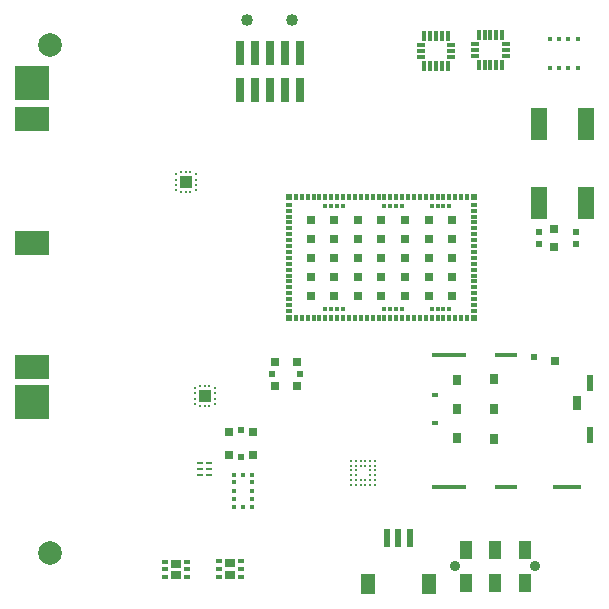
<source format=gbr>
%TF.GenerationSoftware,Altium Limited,Altium Designer,20.1.11 (218)*%
G04 Layer_Color=255*
%FSLAX45Y45*%
%MOMM*%
%TF.SameCoordinates,C7425212-4277-447C-8971-9BA6FDDE4791*%
%TF.FilePolarity,Positive*%
%TF.FileFunction,Pads,Top*%
%TF.Part,Single*%
G01*
G75*
%TA.AperFunction,BGAPad,CuDef*%
%ADD11R,0.35000X0.35000*%
%ADD12R,0.80000X0.80000*%
%TA.AperFunction,SMDPad,CuDef*%
%ADD13R,0.30000X0.54000*%
%ADD14R,0.54000X0.54000*%
%ADD15R,0.54000X0.30000*%
%TA.AperFunction,BGAPad,CuDef*%
%ADD16R,0.30000X0.30000*%
%TA.AperFunction,SMDPad,CuDef*%
%ADD17R,2.90000X0.45000*%
%ADD18R,1.90000X0.45000*%
%ADD19R,2.40000X0.45000*%
%ADD20R,0.65000X1.20000*%
%ADD21R,0.50000X1.40000*%
%ADD22R,0.70000X0.75000*%
%ADD23R,0.60000X0.60000*%
%ADD24R,0.60000X0.30000*%
%ADD25R,0.70000X0.90000*%
%TA.AperFunction,BGAPad,CuDef*%
%ADD26C,0.21000*%
%TA.AperFunction,SMDPad,CuDef*%
%ADD27R,1.20000X1.80000*%
%ADD28R,0.60000X1.55000*%
%ADD29R,0.58000X0.50000*%
%ADD30R,0.80000X0.75000*%
%TA.AperFunction,ConnectorPad*%
%ADD31R,1.00000X1.60000*%
%TA.AperFunction,SMDPad,CuDef*%
%ADD32R,0.55000X0.60000*%
%ADD33R,1.40000X2.75000*%
%ADD34R,1.39000X2.75000*%
%ADD35R,0.80000X0.80000*%
%ADD36R,0.80000X0.30000*%
%ADD37R,0.30000X0.92500*%
%ADD38R,0.52500X0.25000*%
%ADD39R,0.50000X0.58000*%
%ADD40R,0.75000X0.80000*%
%ADD41R,1.00000X1.00000*%
%ADD42R,0.25000X0.23000*%
%ADD43R,0.23000X0.25000*%
%ADD44R,3.00000X3.00000*%
%ADD45R,3.00000X2.00000*%
%TA.AperFunction,BGAPad,CuDef*%
%ADD46R,0.40000X0.40000*%
%TA.AperFunction,SMDPad,CuDef*%
%ADD47R,0.55000X0.42000*%
%ADD48R,0.92000X0.71000*%
%TA.AperFunction,ConnectorPad*%
%ADD49R,0.76000X2.03000*%
%TA.AperFunction,SMDPad,CuDef*%
%ADD50C,2.00000*%
%TA.AperFunction,ComponentPad*%
%ADD57C,0.90000*%
%ADD58C,1.02000*%
D11*
X1910000Y740800D02*
D03*
Y810000D02*
D03*
Y948399D02*
D03*
Y879200D02*
D03*
Y1015796D02*
D03*
X2064996D02*
D03*
Y879200D02*
D03*
Y948399D02*
D03*
Y810000D02*
D03*
Y740800D02*
D03*
X1987500Y1015796D02*
D03*
Y740800D02*
D03*
D12*
X3757003Y2529996D02*
D03*
Y2689996D02*
D03*
Y3010000D02*
D03*
Y2850001D02*
D03*
Y3170000D02*
D03*
X3557003D02*
D03*
Y2850001D02*
D03*
Y3010000D02*
D03*
Y2689996D02*
D03*
Y2529996D02*
D03*
X3357003D02*
D03*
Y2689996D02*
D03*
Y3010000D02*
D03*
Y2850001D02*
D03*
Y3170000D02*
D03*
X2957004Y2529996D02*
D03*
Y2689996D02*
D03*
Y3010000D02*
D03*
Y2850001D02*
D03*
Y3170000D02*
D03*
X3157004Y2529996D02*
D03*
Y2689996D02*
D03*
Y3010000D02*
D03*
Y2850001D02*
D03*
Y3170000D02*
D03*
X2757005Y2529996D02*
D03*
Y2689996D02*
D03*
Y3010000D02*
D03*
Y2850001D02*
D03*
Y3170000D02*
D03*
X2557000Y2689996D02*
D03*
Y3010000D02*
D03*
Y2850001D02*
D03*
Y3170000D02*
D03*
Y2529996D02*
D03*
D13*
X3882001Y2337998D02*
D03*
X3832004D02*
D03*
X3782001D02*
D03*
X3732004D02*
D03*
X3682002D02*
D03*
X3632004D02*
D03*
X3582002D02*
D03*
X3532004D02*
D03*
X3482002D02*
D03*
X3432005D02*
D03*
X3382002D02*
D03*
X3332005D02*
D03*
X3282002D02*
D03*
X3232005D02*
D03*
X3182003D02*
D03*
X3132000D02*
D03*
X3082003D02*
D03*
X3032000D02*
D03*
X2982003D02*
D03*
X2932000D02*
D03*
X2882003D02*
D03*
X2832001D02*
D03*
X2782003D02*
D03*
X2732001D02*
D03*
X2682004D02*
D03*
X2632001D02*
D03*
X2582004D02*
D03*
X2532001D02*
D03*
X2482004D02*
D03*
X2432001D02*
D03*
X2482004Y3361999D02*
D03*
X2532006D02*
D03*
X2582004D02*
D03*
X2632006D02*
D03*
X2682004D02*
D03*
X2732006D02*
D03*
X2782003D02*
D03*
X2832006D02*
D03*
X2882003D02*
D03*
X2932006D02*
D03*
X2982003D02*
D03*
X3032005D02*
D03*
X3082003D02*
D03*
X3132005D02*
D03*
X3182003D02*
D03*
X3232005D02*
D03*
X3282007D02*
D03*
X3332005D02*
D03*
X3382007D02*
D03*
X3432005D02*
D03*
X3482007D02*
D03*
X3532004D02*
D03*
X3582007D02*
D03*
X3632004D02*
D03*
X3682007D02*
D03*
X3732004D02*
D03*
X3782006D02*
D03*
X3832004D02*
D03*
X3882006D02*
D03*
X2432007D02*
D03*
D14*
X3944003Y2337998D02*
D03*
X2370000D02*
D03*
X3944003Y3361999D02*
D03*
X2370000D02*
D03*
D15*
Y2399999D02*
D03*
Y2449996D02*
D03*
Y2499999D02*
D03*
Y2549996D02*
D03*
Y2599999D02*
D03*
Y2649996D02*
D03*
Y2699998D02*
D03*
Y2749996D02*
D03*
Y2799998D02*
D03*
Y2850001D02*
D03*
Y2899998D02*
D03*
Y3000003D02*
D03*
Y3050000D02*
D03*
Y3100003D02*
D03*
Y3150000D02*
D03*
Y3200002D02*
D03*
Y3250000D02*
D03*
Y3300002D02*
D03*
X3944003Y3249995D02*
D03*
Y3199997D02*
D03*
Y3149995D02*
D03*
Y3099998D02*
D03*
Y3049995D02*
D03*
Y2999998D02*
D03*
Y2949995D02*
D03*
Y2899998D02*
D03*
Y2849996D02*
D03*
Y2799998D02*
D03*
Y2749996D02*
D03*
Y2699993D02*
D03*
Y2649996D02*
D03*
Y2599994D02*
D03*
Y2549996D02*
D03*
Y2499994D02*
D03*
Y2449996D02*
D03*
Y2399994D02*
D03*
X2370000Y2950000D02*
D03*
X3944003Y3299997D02*
D03*
D16*
X3732004Y2415000D02*
D03*
X3632004D02*
D03*
X3682002D02*
D03*
X3582002D02*
D03*
X3182003D02*
D03*
X3282002D02*
D03*
X3232000D02*
D03*
X3332005D02*
D03*
X2832001D02*
D03*
X2682004D02*
D03*
X2782003D02*
D03*
X2732001D02*
D03*
X3732004Y3284996D02*
D03*
X3632004D02*
D03*
X3682002D02*
D03*
X3582002D02*
D03*
X3182003D02*
D03*
X3282002D02*
D03*
X3232000D02*
D03*
X3332005D02*
D03*
X2832001D02*
D03*
X2682004D02*
D03*
X2782003D02*
D03*
X2732001D02*
D03*
D17*
X3724997Y912502D02*
D03*
Y2030000D02*
D03*
D18*
X4210000Y912502D02*
D03*
Y2030000D02*
D03*
D19*
X4725000Y912502D02*
D03*
D20*
X4812498Y1625500D02*
D03*
D21*
X4919996Y1350499D02*
D03*
Y1790503D02*
D03*
D22*
X4625000Y1980003D02*
D03*
D23*
X4445001Y2007501D02*
D03*
D24*
X3610001Y1448503D02*
D03*
Y1692500D02*
D03*
D25*
X3795000Y1326501D02*
D03*
Y1570499D02*
D03*
Y1814501D02*
D03*
X4111997Y1316499D02*
D03*
Y1570499D02*
D03*
Y1824499D02*
D03*
D26*
X3100002Y930002D02*
D03*
X3060002D02*
D03*
X3020002D02*
D03*
X2980002D02*
D03*
X2940003D02*
D03*
X2900003D02*
D03*
X3100002Y970002D02*
D03*
X3060002D02*
D03*
X3020002D02*
D03*
X2980002D02*
D03*
X2940003D02*
D03*
X2900003D02*
D03*
X3100002Y1010002D02*
D03*
X3060002D02*
D03*
X2940003D02*
D03*
X2900003D02*
D03*
X3100002Y1050002D02*
D03*
X3060002D02*
D03*
X2940003D02*
D03*
X2900003D02*
D03*
X3100002Y1090002D02*
D03*
X3060002D02*
D03*
X3020002D02*
D03*
X2980002D02*
D03*
X2940003D02*
D03*
X2900003D02*
D03*
X3100002Y1130002D02*
D03*
X3060002D02*
D03*
X3020002D02*
D03*
X2980002D02*
D03*
X2940003D02*
D03*
X2900003D02*
D03*
D27*
X3560004Y90000D02*
D03*
X3040000D02*
D03*
D28*
X3299999Y477497D02*
D03*
X3200000D02*
D03*
X3399999D02*
D03*
D29*
X2465998Y1869998D02*
D03*
X2234000D02*
D03*
D30*
X2445002Y1767499D02*
D03*
Y1972502D02*
D03*
X2255000D02*
D03*
Y1767499D02*
D03*
D31*
X4370002Y380002D02*
D03*
X3869998D02*
D03*
X4120000D02*
D03*
Y100002D02*
D03*
X3869998D02*
D03*
X4370002D02*
D03*
D32*
X4800003Y2970000D02*
D03*
Y3070000D02*
D03*
X4490000Y2969999D02*
D03*
Y3069999D02*
D03*
D33*
X4890002Y3987502D02*
D03*
X4490002D02*
D03*
X4890002Y3312502D02*
D03*
D34*
X4490002D02*
D03*
D35*
X4619998Y2945002D02*
D03*
Y3094999D02*
D03*
D36*
X3747502Y4649998D02*
D03*
Y4600001D02*
D03*
Y4549998D02*
D03*
X3492501D02*
D03*
Y4600001D02*
D03*
Y4649998D02*
D03*
X3952502Y4659998D02*
D03*
Y4610001D02*
D03*
Y4559998D02*
D03*
X4207498D02*
D03*
Y4610001D02*
D03*
Y4659998D02*
D03*
D37*
X3719999Y4471248D02*
D03*
X3670001D02*
D03*
X3619999D02*
D03*
X3570001D02*
D03*
X3519999D02*
D03*
Y4728748D02*
D03*
X3570001D02*
D03*
X3619999D02*
D03*
X3670001D02*
D03*
X3719999D02*
D03*
X4180000Y4738748D02*
D03*
X4130002D02*
D03*
X4080000D02*
D03*
X4030002D02*
D03*
X3980000D02*
D03*
Y4481248D02*
D03*
X4030002D02*
D03*
X4080000D02*
D03*
X4130002D02*
D03*
X4180000D02*
D03*
D38*
X1692502Y1010000D02*
D03*
Y1060002D02*
D03*
Y1110000D02*
D03*
X1620000Y1010000D02*
D03*
Y1060002D02*
D03*
Y1110000D02*
D03*
D39*
X1970002Y1396002D02*
D03*
Y1163998D02*
D03*
D40*
X2072501Y1375001D02*
D03*
X1867498D02*
D03*
Y1184999D02*
D03*
X2072501D02*
D03*
D41*
X1500000Y3490000D02*
D03*
X1660006Y1679993D02*
D03*
D42*
X1460000Y3574501D02*
D03*
X1500000D02*
D03*
X1540000D02*
D03*
Y3405499D02*
D03*
X1500000D02*
D03*
X1460000D02*
D03*
X1620006Y1764494D02*
D03*
X1660006D02*
D03*
X1700006D02*
D03*
Y1595493D02*
D03*
X1660006D02*
D03*
X1620006D02*
D03*
D43*
X1584501Y3557503D02*
D03*
Y3512499D02*
D03*
Y3467501D02*
D03*
Y3422502D02*
D03*
X1415499D02*
D03*
Y3467501D02*
D03*
Y3512499D02*
D03*
Y3557503D02*
D03*
X1744507Y1747491D02*
D03*
Y1702493D02*
D03*
Y1657494D02*
D03*
Y1612490D02*
D03*
X1575510D02*
D03*
Y1657494D02*
D03*
Y1702493D02*
D03*
Y1747491D02*
D03*
D44*
X199999Y1630002D02*
D03*
Y4330002D02*
D03*
D45*
Y4030002D02*
D03*
Y1930001D02*
D03*
Y2980002D02*
D03*
D46*
X4820000Y4699998D02*
D03*
X4740000D02*
D03*
X4660001D02*
D03*
X4580001D02*
D03*
Y4459999D02*
D03*
X4660001D02*
D03*
X4740000D02*
D03*
X4820000D02*
D03*
D47*
X1325502Y277501D02*
D03*
Y212502D02*
D03*
Y147498D02*
D03*
X1514498D02*
D03*
Y212502D02*
D03*
Y277501D02*
D03*
X1780999Y279997D02*
D03*
Y214999D02*
D03*
Y150000D02*
D03*
X1970000D02*
D03*
Y214999D02*
D03*
Y279997D02*
D03*
D48*
X1420000Y260000D02*
D03*
Y164999D02*
D03*
X1875497Y262497D02*
D03*
Y167501D02*
D03*
D49*
X1956500Y4580498D02*
D03*
X2210500D02*
D03*
X2337500D02*
D03*
X2464500D02*
D03*
X1956500Y4275500D02*
D03*
X2083500D02*
D03*
X2210500D02*
D03*
X2337500D02*
D03*
X2464500D02*
D03*
X2083500Y4580498D02*
D03*
D50*
X350000Y350000D02*
D03*
Y4650000D02*
D03*
D57*
X3780000Y240002D02*
D03*
X4459999D02*
D03*
D58*
X2020000Y4860000D02*
D03*
X2401000D02*
D03*
%TF.MD5,daedb14758f308c04cf443b181ffe74a*%
M02*

</source>
